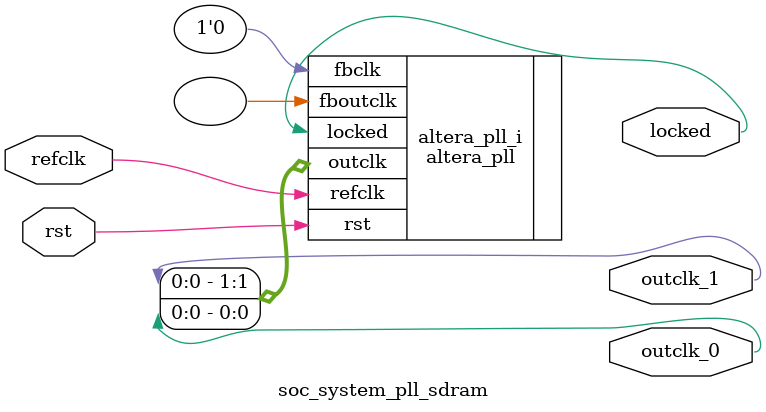
<source format=v>
`timescale 1ns/10ps
module  soc_system_pll_sdram(

	// interface 'refclk'
	input wire refclk,

	// interface 'reset'
	input wire rst,

	// interface 'outclk0'
	output wire outclk_0,

	// interface 'outclk1'
	output wire outclk_1,

	// interface 'locked'
	output wire locked
);

	altera_pll #(
		.fractional_vco_multiplier("false"),
		.reference_clock_frequency("50.0 MHz"),
		.operation_mode("normal"),
		.number_of_clocks(2),
		.output_clock_frequency0("120.0 MHz"),
		.phase_shift0("6250 ps"),
		.duty_cycle0(50),
		.output_clock_frequency1("120.0 MHz"),
		.phase_shift1("0 ps"),
		.duty_cycle1(50),
		.output_clock_frequency2("0 MHz"),
		.phase_shift2("0 ps"),
		.duty_cycle2(50),
		.output_clock_frequency3("0 MHz"),
		.phase_shift3("0 ps"),
		.duty_cycle3(50),
		.output_clock_frequency4("0 MHz"),
		.phase_shift4("0 ps"),
		.duty_cycle4(50),
		.output_clock_frequency5("0 MHz"),
		.phase_shift5("0 ps"),
		.duty_cycle5(50),
		.output_clock_frequency6("0 MHz"),
		.phase_shift6("0 ps"),
		.duty_cycle6(50),
		.output_clock_frequency7("0 MHz"),
		.phase_shift7("0 ps"),
		.duty_cycle7(50),
		.output_clock_frequency8("0 MHz"),
		.phase_shift8("0 ps"),
		.duty_cycle8(50),
		.output_clock_frequency9("0 MHz"),
		.phase_shift9("0 ps"),
		.duty_cycle9(50),
		.output_clock_frequency10("0 MHz"),
		.phase_shift10("0 ps"),
		.duty_cycle10(50),
		.output_clock_frequency11("0 MHz"),
		.phase_shift11("0 ps"),
		.duty_cycle11(50),
		.output_clock_frequency12("0 MHz"),
		.phase_shift12("0 ps"),
		.duty_cycle12(50),
		.output_clock_frequency13("0 MHz"),
		.phase_shift13("0 ps"),
		.duty_cycle13(50),
		.output_clock_frequency14("0 MHz"),
		.phase_shift14("0 ps"),
		.duty_cycle14(50),
		.output_clock_frequency15("0 MHz"),
		.phase_shift15("0 ps"),
		.duty_cycle15(50),
		.output_clock_frequency16("0 MHz"),
		.phase_shift16("0 ps"),
		.duty_cycle16(50),
		.output_clock_frequency17("0 MHz"),
		.phase_shift17("0 ps"),
		.duty_cycle17(50),
		.pll_type("General"),
		.pll_subtype("General")
	) altera_pll_i (
		.outclk	({outclk_1, outclk_0}),
		.locked	(locked),
		.fboutclk	( ),
		.fbclk	(1'b0),
		.rst	(rst),
		.refclk	(refclk)
	);
endmodule


</source>
